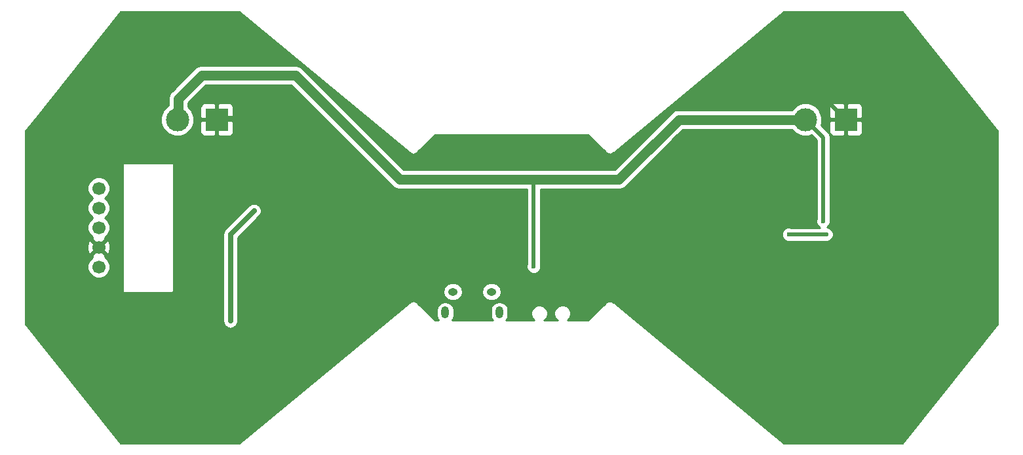
<source format=gbl>
G04 #@! TF.GenerationSoftware,KiCad,Pcbnew,(5.0.1-3-g963ef8bb5)*
G04 #@! TF.CreationDate,2019-01-12T19:40:24-05:00*
G04 #@! TF.ProjectId,glowtie,676C6F777469652E6B696361645F7063,rev?*
G04 #@! TF.SameCoordinates,Original*
G04 #@! TF.FileFunction,Copper,L2,Bot,Signal*
G04 #@! TF.FilePolarity,Positive*
%FSLAX46Y46*%
G04 Gerber Fmt 4.6, Leading zero omitted, Abs format (unit mm)*
G04 Created by KiCad (PCBNEW (5.0.1-3-g963ef8bb5)) date Saturday, January 12, 2019 at 07:40:24 PM*
%MOMM*%
%LPD*%
G01*
G04 APERTURE LIST*
G04 #@! TA.AperFunction,BGAPad,CuDef*
%ADD10C,3.000000*%
G04 #@! TD*
G04 #@! TA.AperFunction,SMDPad,CuDef*
%ADD11R,3.000000X3.000000*%
G04 #@! TD*
G04 #@! TA.AperFunction,ComponentPad*
%ADD12O,1.250000X0.950000*%
G04 #@! TD*
G04 #@! TA.AperFunction,ComponentPad*
%ADD13O,1.000000X1.550000*%
G04 #@! TD*
G04 #@! TA.AperFunction,ComponentPad*
%ADD14C,1.700000*%
G04 #@! TD*
G04 #@! TA.AperFunction,ViaPad*
%ADD15C,0.600000*%
G04 #@! TD*
G04 #@! TA.AperFunction,Conductor*
%ADD16C,0.508000*%
G04 #@! TD*
G04 #@! TA.AperFunction,Conductor*
%ADD17C,1.270000*%
G04 #@! TD*
G04 #@! TA.AperFunction,Conductor*
%ADD18C,0.635000*%
G04 #@! TD*
G04 #@! TA.AperFunction,Conductor*
%ADD19C,0.254000*%
G04 #@! TD*
G04 APERTURE END LIST*
D10*
G04 #@! TO.P,J8,1*
G04 #@! TO.N,Net-(10uF2-Pad1)*
X114173000Y-27305000D03*
G04 #@! TD*
G04 #@! TO.P,J9,1*
G04 #@! TO.N,Net-(10uF2-Pad1)*
X33020000Y-27305000D03*
G04 #@! TD*
D11*
G04 #@! TO.P,J6,1*
G04 #@! TO.N,GND*
X119380000Y-27305000D03*
G04 #@! TD*
G04 #@! TO.P,J7,1*
G04 #@! TO.N,GND*
X38100000Y-27305000D03*
G04 #@! TD*
D12*
G04 #@! TO.P,J1,6*
G04 #@! TO.N,Net-(J1-Pad6)*
X68620000Y-49577000D03*
X73620000Y-49577000D03*
D13*
X67620000Y-52277000D03*
X74620000Y-52277000D03*
G04 #@! TD*
D14*
G04 #@! TO.P,J11,1*
G04 #@! TO.N,GND*
X22860000Y-43815000D03*
G04 #@! TD*
G04 #@! TO.P,J10,1*
G04 #@! TO.N,+3V3*
X22860000Y-41275000D03*
G04 #@! TD*
G04 #@! TO.P,J5,1*
G04 #@! TO.N,Net-(J5-Pad1)*
X22860000Y-46355000D03*
G04 #@! TD*
G04 #@! TO.P,J4,1*
G04 #@! TO.N,Net-(J4-Pad1)*
X22860000Y-38735000D03*
G04 #@! TD*
G04 #@! TO.P,J2,1*
G04 #@! TO.N,Net-(J2-Pad1)*
X22860000Y-36195000D03*
G04 #@! TD*
D15*
G04 #@! TO.N,GND*
X112014000Y-40576500D03*
X115951000Y-44132500D03*
X71501000Y-38989000D03*
X63119000Y-41402000D03*
X113030000Y-20574000D03*
X51816000Y-32639000D03*
G04 #@! TO.N,Net-(10uF2-Pad1)*
X79057500Y-46291500D03*
X116459000Y-40449500D03*
G04 #@! TO.N,Net-(R470-Pad1)*
X116840000Y-42164000D03*
X112014000Y-42164000D03*
G04 #@! TO.N,Net-(J5-Pad1)*
X42926000Y-39116000D03*
X39878000Y-53340000D03*
G04 #@! TD*
D16*
G04 #@! TO.N,GND*
X111569500Y-44132500D02*
X115951000Y-44132500D01*
X110363000Y-42926000D02*
X111569500Y-44132500D01*
X110363000Y-41211500D02*
X110363000Y-42926000D01*
X110998000Y-40576500D02*
X110363000Y-41211500D01*
X112014000Y-40576500D02*
X110998000Y-40576500D01*
X119348250Y-27336750D02*
X119380000Y-27305000D01*
X65532000Y-38989000D02*
X71501000Y-38989000D01*
X63119000Y-41402000D02*
X65532000Y-38989000D01*
X113030000Y-20574000D02*
X113030000Y-20955000D01*
X113030000Y-20955000D02*
X119380000Y-27305000D01*
X51816000Y-32639000D02*
X46228000Y-27051000D01*
X46228000Y-27051000D02*
X38481000Y-27051000D01*
X38481000Y-27051000D02*
X38100000Y-26670000D01*
G04 #@! TO.N,Net-(10uF2-Pad1)*
X79057500Y-46291500D02*
X79057500Y-35052000D01*
X79057500Y-35052000D02*
X79057500Y-35242500D01*
X79057500Y-35242500D02*
X79057500Y-35052000D01*
X116459000Y-40449500D02*
X116459000Y-29591000D01*
X116459000Y-29591000D02*
X114173000Y-27305000D01*
X114173000Y-27305000D02*
X114173000Y-27432000D01*
D17*
X36195000Y-21590000D02*
X33147000Y-24638000D01*
X59690001Y-33019999D02*
X48260002Y-21590000D01*
X36195000Y-21590000D02*
X48260002Y-21590000D01*
X33147000Y-24638000D02*
X33147000Y-27178000D01*
X33147000Y-27178000D02*
X33020000Y-27305000D01*
X86360000Y-35052000D02*
X90043000Y-35052000D01*
X92075000Y-33020000D02*
X96520000Y-28575000D01*
X90043000Y-35052000D02*
X92075000Y-33020000D01*
X61722000Y-35052000D02*
X79057500Y-35052000D01*
X79057500Y-35052000D02*
X86360000Y-35052000D01*
X59690001Y-33020001D02*
X61722000Y-35052000D01*
X59690001Y-33019999D02*
X59690001Y-33020001D01*
X97790000Y-27305000D02*
X114300000Y-27305000D01*
X96520000Y-28575000D02*
X97790000Y-27305000D01*
X59690001Y-33019999D02*
X59690002Y-33020000D01*
D16*
G04 #@! TO.N,Net-(R470-Pad1)*
X112014000Y-42164000D02*
X116840000Y-42164000D01*
D18*
G04 #@! TO.N,Net-(J5-Pad1)*
X39878000Y-42164000D02*
X42926000Y-39116000D01*
X39878000Y-53340000D02*
X39878000Y-42164000D01*
G04 #@! TD*
D19*
G04 #@! TO.N,GND*
G36*
X62985987Y-31578689D02*
X63006144Y-31608856D01*
X63090097Y-31664952D01*
X63114904Y-31685506D01*
X63146084Y-31702361D01*
X63232727Y-31760254D01*
X63265089Y-31766691D01*
X63294121Y-31782385D01*
X63397790Y-31793088D01*
X63500000Y-31813419D01*
X63532365Y-31806981D01*
X63565190Y-31810370D01*
X63665064Y-31780585D01*
X63767273Y-31760254D01*
X63794710Y-31741922D01*
X63826335Y-31732490D01*
X63907207Y-31666753D01*
X63936665Y-31647070D01*
X63959437Y-31624298D01*
X64037797Y-31560603D01*
X64055052Y-31528683D01*
X66323736Y-29260000D01*
X86076265Y-29260000D01*
X88344949Y-31528685D01*
X88362203Y-31560603D01*
X88440558Y-31624294D01*
X88463334Y-31647070D01*
X88492798Y-31666757D01*
X88573665Y-31732490D01*
X88605289Y-31741921D01*
X88632726Y-31760254D01*
X88734934Y-31780584D01*
X88834810Y-31810370D01*
X88867638Y-31806981D01*
X88899999Y-31813418D01*
X89002203Y-31793088D01*
X89105878Y-31782385D01*
X89134910Y-31766691D01*
X89167273Y-31760254D01*
X89253921Y-31702358D01*
X89285095Y-31685506D01*
X89309898Y-31664955D01*
X89393856Y-31608856D01*
X89414014Y-31578687D01*
X111371913Y-13385000D01*
X126670772Y-13385000D01*
X139015001Y-28815286D01*
X139015000Y-53734715D01*
X126670772Y-69165000D01*
X111371913Y-69165000D01*
X89414014Y-50971313D01*
X89393856Y-50941144D01*
X89309898Y-50885045D01*
X89285095Y-50864494D01*
X89253921Y-50847642D01*
X89167273Y-50789746D01*
X89134910Y-50783309D01*
X89105878Y-50767615D01*
X89002203Y-50756912D01*
X88899999Y-50736582D01*
X88867638Y-50743019D01*
X88834810Y-50739630D01*
X88734934Y-50769416D01*
X88632726Y-50789746D01*
X88605289Y-50808079D01*
X88573665Y-50817510D01*
X88492798Y-50883243D01*
X88463334Y-50902930D01*
X88440558Y-50925706D01*
X88362203Y-50989397D01*
X88344949Y-51021315D01*
X86076265Y-53290000D01*
X83424421Y-53290000D01*
X83699818Y-53014603D01*
X83865000Y-52615820D01*
X83865000Y-52184180D01*
X83699818Y-51785397D01*
X83394603Y-51480182D01*
X82995820Y-51315000D01*
X82564180Y-51315000D01*
X82165397Y-51480182D01*
X81860182Y-51785397D01*
X81695000Y-52184180D01*
X81695000Y-52615820D01*
X81860182Y-53014603D01*
X82135579Y-53290000D01*
X80424421Y-53290000D01*
X80699818Y-53014603D01*
X80865000Y-52615820D01*
X80865000Y-52184180D01*
X80699818Y-51785397D01*
X80394603Y-51480182D01*
X79995820Y-51315000D01*
X79564180Y-51315000D01*
X79165397Y-51480182D01*
X78860182Y-51785397D01*
X78695000Y-52184180D01*
X78695000Y-52615820D01*
X78860182Y-53014603D01*
X79135579Y-53290000D01*
X75491936Y-53290000D01*
X75689146Y-52994854D01*
X75755000Y-52663782D01*
X75755000Y-51890217D01*
X75689146Y-51559145D01*
X75438289Y-51183711D01*
X75062854Y-50932854D01*
X74620000Y-50844765D01*
X74177145Y-50932854D01*
X73801711Y-51183711D01*
X73550854Y-51559146D01*
X73485000Y-51890218D01*
X73485000Y-52663783D01*
X73550854Y-52994855D01*
X73748064Y-53290000D01*
X68491936Y-53290000D01*
X68689146Y-52994854D01*
X68755000Y-52663782D01*
X68755000Y-51890217D01*
X68689146Y-51559145D01*
X68438289Y-51183711D01*
X68062854Y-50932854D01*
X67620000Y-50844765D01*
X67177145Y-50932854D01*
X66801711Y-51183711D01*
X66550854Y-51559146D01*
X66485000Y-51890218D01*
X66485000Y-52663783D01*
X66550854Y-52994855D01*
X66748064Y-53290000D01*
X66323736Y-53290000D01*
X64055052Y-51021317D01*
X64037797Y-50989397D01*
X63959437Y-50925702D01*
X63936665Y-50902930D01*
X63907207Y-50883247D01*
X63826335Y-50817510D01*
X63794710Y-50808078D01*
X63767273Y-50789746D01*
X63665064Y-50769415D01*
X63565190Y-50739630D01*
X63532365Y-50743019D01*
X63500000Y-50736581D01*
X63397790Y-50756912D01*
X63294121Y-50767615D01*
X63265089Y-50783309D01*
X63232727Y-50789746D01*
X63146084Y-50847639D01*
X63114904Y-50864494D01*
X63090097Y-50885048D01*
X63006144Y-50941144D01*
X62985987Y-50971311D01*
X41028088Y-69165000D01*
X25729228Y-69165000D01*
X13385000Y-53734716D01*
X13385000Y-46059615D01*
X21375000Y-46059615D01*
X21375000Y-46650385D01*
X21601078Y-47196185D01*
X22018815Y-47613922D01*
X22564615Y-47840000D01*
X23155385Y-47840000D01*
X23701185Y-47613922D01*
X24118922Y-47196185D01*
X24345000Y-46650385D01*
X24345000Y-46059615D01*
X24118922Y-45513815D01*
X23701185Y-45096078D01*
X23654753Y-45076845D01*
X23724353Y-44858958D01*
X22860000Y-43994605D01*
X21995647Y-44858958D01*
X22065247Y-45076845D01*
X22018815Y-45096078D01*
X21601078Y-45513815D01*
X21375000Y-46059615D01*
X13385000Y-46059615D01*
X13385000Y-43586279D01*
X21363282Y-43586279D01*
X21389685Y-44176458D01*
X21564741Y-44599080D01*
X21816042Y-44679353D01*
X22680395Y-43815000D01*
X23039605Y-43815000D01*
X23903958Y-44679353D01*
X24155259Y-44599080D01*
X24356718Y-44043721D01*
X24330315Y-43453542D01*
X24155259Y-43030920D01*
X23903958Y-42950647D01*
X23039605Y-43815000D01*
X22680395Y-43815000D01*
X21816042Y-42950647D01*
X21564741Y-43030920D01*
X21363282Y-43586279D01*
X13385000Y-43586279D01*
X13385000Y-35899615D01*
X21375000Y-35899615D01*
X21375000Y-36490385D01*
X21601078Y-37036185D01*
X22018815Y-37453922D01*
X22045560Y-37465000D01*
X22018815Y-37476078D01*
X21601078Y-37893815D01*
X21375000Y-38439615D01*
X21375000Y-39030385D01*
X21601078Y-39576185D01*
X22018815Y-39993922D01*
X22045560Y-40005000D01*
X22018815Y-40016078D01*
X21601078Y-40433815D01*
X21375000Y-40979615D01*
X21375000Y-41570385D01*
X21601078Y-42116185D01*
X22018815Y-42533922D01*
X22065247Y-42553155D01*
X21995647Y-42771042D01*
X22860000Y-43635395D01*
X23724353Y-42771042D01*
X23654753Y-42553155D01*
X23701185Y-42533922D01*
X24118922Y-42116185D01*
X24345000Y-41570385D01*
X24345000Y-40979615D01*
X24118922Y-40433815D01*
X23701185Y-40016078D01*
X23674440Y-40005000D01*
X23701185Y-39993922D01*
X24118922Y-39576185D01*
X24345000Y-39030385D01*
X24345000Y-38439615D01*
X24118922Y-37893815D01*
X23701185Y-37476078D01*
X23674440Y-37465000D01*
X23701185Y-37453922D01*
X24118922Y-37036185D01*
X24345000Y-36490385D01*
X24345000Y-35899615D01*
X24118922Y-35353815D01*
X23701185Y-34936078D01*
X23155385Y-34710000D01*
X22564615Y-34710000D01*
X22018815Y-34936078D01*
X21601078Y-35353815D01*
X21375000Y-35899615D01*
X13385000Y-35899615D01*
X13385000Y-33020000D01*
X25908000Y-33020000D01*
X25908000Y-49530000D01*
X25917667Y-49578601D01*
X25945197Y-49619803D01*
X25986399Y-49647333D01*
X26035000Y-49657000D01*
X32385000Y-49657000D01*
X32433601Y-49647333D01*
X32474803Y-49619803D01*
X32502333Y-49578601D01*
X32512000Y-49530000D01*
X32512000Y-42164000D01*
X38906840Y-42164000D01*
X38925501Y-42257815D01*
X38925500Y-53433809D01*
X38943000Y-53521788D01*
X38943000Y-53525983D01*
X38944605Y-53529859D01*
X38980765Y-53711646D01*
X39083739Y-53865758D01*
X39085345Y-53869635D01*
X39088312Y-53872602D01*
X39191286Y-54026714D01*
X39345399Y-54129689D01*
X39348365Y-54132655D01*
X39352240Y-54134260D01*
X39506353Y-54237235D01*
X39688142Y-54273395D01*
X39692017Y-54275000D01*
X39696211Y-54275000D01*
X39878000Y-54311160D01*
X40059789Y-54275000D01*
X40063983Y-54275000D01*
X40067858Y-54273395D01*
X40249646Y-54237235D01*
X40403758Y-54134261D01*
X40407635Y-54132655D01*
X40410602Y-54129688D01*
X40564714Y-54026714D01*
X40667689Y-53872601D01*
X40670655Y-53869635D01*
X40672260Y-53865760D01*
X40775235Y-53711647D01*
X40811395Y-53529858D01*
X40813000Y-53525983D01*
X40813000Y-53521789D01*
X40830500Y-53433810D01*
X40830500Y-49577000D01*
X67338254Y-49577000D01*
X67424403Y-50010100D01*
X67669735Y-50377265D01*
X68036900Y-50622597D01*
X68360676Y-50687000D01*
X68879324Y-50687000D01*
X69203100Y-50622597D01*
X69570265Y-50377265D01*
X69815597Y-50010100D01*
X69901746Y-49577000D01*
X72338254Y-49577000D01*
X72424403Y-50010100D01*
X72669735Y-50377265D01*
X73036900Y-50622597D01*
X73360676Y-50687000D01*
X73879324Y-50687000D01*
X74203100Y-50622597D01*
X74570265Y-50377265D01*
X74815597Y-50010100D01*
X74901746Y-49577000D01*
X74815597Y-49143900D01*
X74570265Y-48776735D01*
X74203100Y-48531403D01*
X73879324Y-48467000D01*
X73360676Y-48467000D01*
X73036900Y-48531403D01*
X72669735Y-48776735D01*
X72424403Y-49143900D01*
X72338254Y-49577000D01*
X69901746Y-49577000D01*
X69815597Y-49143900D01*
X69570265Y-48776735D01*
X69203100Y-48531403D01*
X68879324Y-48467000D01*
X68360676Y-48467000D01*
X68036900Y-48531403D01*
X67669735Y-48776735D01*
X67424403Y-49143900D01*
X67338254Y-49577000D01*
X40830500Y-49577000D01*
X40830500Y-42558537D01*
X43665852Y-39723186D01*
X43715687Y-39648603D01*
X43718655Y-39645635D01*
X43720261Y-39641757D01*
X43823235Y-39487647D01*
X43859395Y-39305858D01*
X43861000Y-39301983D01*
X43861000Y-39297789D01*
X43897160Y-39116000D01*
X43861000Y-38934211D01*
X43861000Y-38930017D01*
X43859395Y-38926142D01*
X43823235Y-38744354D01*
X43720262Y-38590245D01*
X43718655Y-38586365D01*
X43715685Y-38583395D01*
X43612713Y-38429287D01*
X43458605Y-38326315D01*
X43455635Y-38323345D01*
X43451755Y-38321738D01*
X43297646Y-38218765D01*
X43115858Y-38182605D01*
X43111983Y-38181000D01*
X43107789Y-38181000D01*
X42926000Y-38144840D01*
X42744211Y-38181000D01*
X42740017Y-38181000D01*
X42736142Y-38182605D01*
X42554353Y-38218765D01*
X42400243Y-38321739D01*
X42396365Y-38323345D01*
X42393397Y-38326313D01*
X42318814Y-38376148D01*
X39270818Y-41424145D01*
X39191287Y-41477286D01*
X39086330Y-41634365D01*
X38980765Y-41792354D01*
X38906840Y-42164000D01*
X32512000Y-42164000D01*
X32512000Y-33020000D01*
X32502333Y-32971399D01*
X32474803Y-32930197D01*
X32433601Y-32902667D01*
X32385000Y-32893000D01*
X26035000Y-32893000D01*
X25986399Y-32902667D01*
X25945197Y-32930197D01*
X25917667Y-32971399D01*
X25908000Y-33020000D01*
X13385000Y-33020000D01*
X13385000Y-28815284D01*
X14932969Y-26880322D01*
X30885000Y-26880322D01*
X30885000Y-27729678D01*
X31210034Y-28514380D01*
X31810620Y-29114966D01*
X32595322Y-29440000D01*
X33444678Y-29440000D01*
X34229380Y-29114966D01*
X34829966Y-28514380D01*
X35155000Y-27729678D01*
X35155000Y-27590750D01*
X35965000Y-27590750D01*
X35965000Y-28931310D01*
X36061673Y-29164699D01*
X36240302Y-29343327D01*
X36473691Y-29440000D01*
X37814250Y-29440000D01*
X37973000Y-29281250D01*
X37973000Y-27432000D01*
X38227000Y-27432000D01*
X38227000Y-29281250D01*
X38385750Y-29440000D01*
X39726309Y-29440000D01*
X39959698Y-29343327D01*
X40138327Y-29164699D01*
X40235000Y-28931310D01*
X40235000Y-27590750D01*
X40076250Y-27432000D01*
X38227000Y-27432000D01*
X37973000Y-27432000D01*
X36123750Y-27432000D01*
X35965000Y-27590750D01*
X35155000Y-27590750D01*
X35155000Y-26880322D01*
X34829966Y-26095620D01*
X34417000Y-25682654D01*
X34417000Y-25678690D01*
X35965000Y-25678690D01*
X35965000Y-27019250D01*
X36123750Y-27178000D01*
X37973000Y-27178000D01*
X37973000Y-25328750D01*
X38227000Y-25328750D01*
X38227000Y-27178000D01*
X40076250Y-27178000D01*
X40235000Y-27019250D01*
X40235000Y-25678690D01*
X40138327Y-25445301D01*
X39959698Y-25266673D01*
X39726309Y-25170000D01*
X38385750Y-25170000D01*
X38227000Y-25328750D01*
X37973000Y-25328750D01*
X37814250Y-25170000D01*
X36473691Y-25170000D01*
X36240302Y-25266673D01*
X36061673Y-25445301D01*
X35965000Y-25678690D01*
X34417000Y-25678690D01*
X34417000Y-25164050D01*
X36721051Y-22860000D01*
X47733952Y-22860000D01*
X58703528Y-33829577D01*
X58774383Y-33935619D01*
X58880422Y-34006472D01*
X60735530Y-35861581D01*
X60806382Y-35967618D01*
X61226471Y-36248313D01*
X61596920Y-36322000D01*
X61596924Y-36322000D01*
X61722000Y-36346879D01*
X61847076Y-36322000D01*
X78168501Y-36322000D01*
X78168500Y-45994463D01*
X78122500Y-46105517D01*
X78122500Y-46477483D01*
X78264845Y-46821135D01*
X78527865Y-47084155D01*
X78871517Y-47226500D01*
X79243483Y-47226500D01*
X79587135Y-47084155D01*
X79850155Y-46821135D01*
X79992500Y-46477483D01*
X79992500Y-46105517D01*
X79946500Y-45994463D01*
X79946500Y-36322000D01*
X89917925Y-36322000D01*
X90043000Y-36346879D01*
X90168075Y-36322000D01*
X90168080Y-36322000D01*
X90538529Y-36248313D01*
X90958618Y-35967618D01*
X91029471Y-35861579D01*
X93061470Y-33829581D01*
X93061472Y-33829578D01*
X97506470Y-29384581D01*
X97506472Y-29384578D01*
X98316051Y-28575000D01*
X112423654Y-28575000D01*
X112963620Y-29114966D01*
X113748322Y-29440000D01*
X114597678Y-29440000D01*
X114918059Y-29307294D01*
X115570001Y-29959237D01*
X115570000Y-40152463D01*
X115524000Y-40263517D01*
X115524000Y-40635483D01*
X115666345Y-40979135D01*
X115929365Y-41242155D01*
X116008660Y-41275000D01*
X112311037Y-41275000D01*
X112199983Y-41229000D01*
X111828017Y-41229000D01*
X111484365Y-41371345D01*
X111221345Y-41634365D01*
X111079000Y-41978017D01*
X111079000Y-42349983D01*
X111221345Y-42693635D01*
X111484365Y-42956655D01*
X111828017Y-43099000D01*
X112199983Y-43099000D01*
X112311037Y-43053000D01*
X116542963Y-43053000D01*
X116654017Y-43099000D01*
X117025983Y-43099000D01*
X117369635Y-42956655D01*
X117632655Y-42693635D01*
X117775000Y-42349983D01*
X117775000Y-41978017D01*
X117632655Y-41634365D01*
X117369635Y-41371345D01*
X117025983Y-41229000D01*
X117001790Y-41229000D01*
X117251655Y-40979135D01*
X117394000Y-40635483D01*
X117394000Y-40263517D01*
X117348000Y-40152463D01*
X117348000Y-29678550D01*
X117365415Y-29590999D01*
X117348000Y-29503448D01*
X117348000Y-29503444D01*
X117296419Y-29244130D01*
X117099933Y-28950067D01*
X117025707Y-28900471D01*
X116175294Y-28050059D01*
X116308000Y-27729678D01*
X116308000Y-27590750D01*
X117245000Y-27590750D01*
X117245000Y-28931310D01*
X117341673Y-29164699D01*
X117520302Y-29343327D01*
X117753691Y-29440000D01*
X119094250Y-29440000D01*
X119253000Y-29281250D01*
X119253000Y-27432000D01*
X119507000Y-27432000D01*
X119507000Y-29281250D01*
X119665750Y-29440000D01*
X121006309Y-29440000D01*
X121239698Y-29343327D01*
X121418327Y-29164699D01*
X121515000Y-28931310D01*
X121515000Y-27590750D01*
X121356250Y-27432000D01*
X119507000Y-27432000D01*
X119253000Y-27432000D01*
X117403750Y-27432000D01*
X117245000Y-27590750D01*
X116308000Y-27590750D01*
X116308000Y-26880322D01*
X115982966Y-26095620D01*
X115566036Y-25678690D01*
X117245000Y-25678690D01*
X117245000Y-27019250D01*
X117403750Y-27178000D01*
X119253000Y-27178000D01*
X119253000Y-25328750D01*
X119507000Y-25328750D01*
X119507000Y-27178000D01*
X121356250Y-27178000D01*
X121515000Y-27019250D01*
X121515000Y-25678690D01*
X121418327Y-25445301D01*
X121239698Y-25266673D01*
X121006309Y-25170000D01*
X119665750Y-25170000D01*
X119507000Y-25328750D01*
X119253000Y-25328750D01*
X119094250Y-25170000D01*
X117753691Y-25170000D01*
X117520302Y-25266673D01*
X117341673Y-25445301D01*
X117245000Y-25678690D01*
X115566036Y-25678690D01*
X115382380Y-25495034D01*
X114597678Y-25170000D01*
X113748322Y-25170000D01*
X112963620Y-25495034D01*
X112423654Y-26035000D01*
X97915074Y-26035000D01*
X97789999Y-26010121D01*
X97664924Y-26035000D01*
X97664920Y-26035000D01*
X97294471Y-26108687D01*
X97294469Y-26108688D01*
X97294470Y-26108688D01*
X97064451Y-26262382D01*
X96874382Y-26389382D01*
X96803530Y-26495419D01*
X95710422Y-27588528D01*
X95710419Y-27588530D01*
X91265422Y-32033528D01*
X91265419Y-32033530D01*
X89516950Y-33782000D01*
X62248051Y-33782000D01*
X60676476Y-32210426D01*
X60605619Y-32104381D01*
X60499583Y-32033530D01*
X49246473Y-20780421D01*
X49175620Y-20674382D01*
X48755531Y-20393687D01*
X48385082Y-20320000D01*
X48385077Y-20320000D01*
X48260002Y-20295121D01*
X48134927Y-20320000D01*
X36320075Y-20320000D01*
X36195000Y-20295121D01*
X36069925Y-20320000D01*
X36069920Y-20320000D01*
X35699471Y-20393687D01*
X35279382Y-20674382D01*
X35208531Y-20780419D01*
X32337421Y-23651529D01*
X32231382Y-23722382D01*
X31950687Y-24142472D01*
X31877000Y-24512921D01*
X31877000Y-24512925D01*
X31852121Y-24638000D01*
X31877000Y-24763075D01*
X31877000Y-25467538D01*
X31810620Y-25495034D01*
X31210034Y-26095620D01*
X30885000Y-26880322D01*
X14932969Y-26880322D01*
X25729228Y-13385000D01*
X41028088Y-13385000D01*
X62985987Y-31578689D01*
X62985987Y-31578689D01*
G37*
X62985987Y-31578689D02*
X63006144Y-31608856D01*
X63090097Y-31664952D01*
X63114904Y-31685506D01*
X63146084Y-31702361D01*
X63232727Y-31760254D01*
X63265089Y-31766691D01*
X63294121Y-31782385D01*
X63397790Y-31793088D01*
X63500000Y-31813419D01*
X63532365Y-31806981D01*
X63565190Y-31810370D01*
X63665064Y-31780585D01*
X63767273Y-31760254D01*
X63794710Y-31741922D01*
X63826335Y-31732490D01*
X63907207Y-31666753D01*
X63936665Y-31647070D01*
X63959437Y-31624298D01*
X64037797Y-31560603D01*
X64055052Y-31528683D01*
X66323736Y-29260000D01*
X86076265Y-29260000D01*
X88344949Y-31528685D01*
X88362203Y-31560603D01*
X88440558Y-31624294D01*
X88463334Y-31647070D01*
X88492798Y-31666757D01*
X88573665Y-31732490D01*
X88605289Y-31741921D01*
X88632726Y-31760254D01*
X88734934Y-31780584D01*
X88834810Y-31810370D01*
X88867638Y-31806981D01*
X88899999Y-31813418D01*
X89002203Y-31793088D01*
X89105878Y-31782385D01*
X89134910Y-31766691D01*
X89167273Y-31760254D01*
X89253921Y-31702358D01*
X89285095Y-31685506D01*
X89309898Y-31664955D01*
X89393856Y-31608856D01*
X89414014Y-31578687D01*
X111371913Y-13385000D01*
X126670772Y-13385000D01*
X139015001Y-28815286D01*
X139015000Y-53734715D01*
X126670772Y-69165000D01*
X111371913Y-69165000D01*
X89414014Y-50971313D01*
X89393856Y-50941144D01*
X89309898Y-50885045D01*
X89285095Y-50864494D01*
X89253921Y-50847642D01*
X89167273Y-50789746D01*
X89134910Y-50783309D01*
X89105878Y-50767615D01*
X89002203Y-50756912D01*
X88899999Y-50736582D01*
X88867638Y-50743019D01*
X88834810Y-50739630D01*
X88734934Y-50769416D01*
X88632726Y-50789746D01*
X88605289Y-50808079D01*
X88573665Y-50817510D01*
X88492798Y-50883243D01*
X88463334Y-50902930D01*
X88440558Y-50925706D01*
X88362203Y-50989397D01*
X88344949Y-51021315D01*
X86076265Y-53290000D01*
X83424421Y-53290000D01*
X83699818Y-53014603D01*
X83865000Y-52615820D01*
X83865000Y-52184180D01*
X83699818Y-51785397D01*
X83394603Y-51480182D01*
X82995820Y-51315000D01*
X82564180Y-51315000D01*
X82165397Y-51480182D01*
X81860182Y-51785397D01*
X81695000Y-52184180D01*
X81695000Y-52615820D01*
X81860182Y-53014603D01*
X82135579Y-53290000D01*
X80424421Y-53290000D01*
X80699818Y-53014603D01*
X80865000Y-52615820D01*
X80865000Y-52184180D01*
X80699818Y-51785397D01*
X80394603Y-51480182D01*
X79995820Y-51315000D01*
X79564180Y-51315000D01*
X79165397Y-51480182D01*
X78860182Y-51785397D01*
X78695000Y-52184180D01*
X78695000Y-52615820D01*
X78860182Y-53014603D01*
X79135579Y-53290000D01*
X75491936Y-53290000D01*
X75689146Y-52994854D01*
X75755000Y-52663782D01*
X75755000Y-51890217D01*
X75689146Y-51559145D01*
X75438289Y-51183711D01*
X75062854Y-50932854D01*
X74620000Y-50844765D01*
X74177145Y-50932854D01*
X73801711Y-51183711D01*
X73550854Y-51559146D01*
X73485000Y-51890218D01*
X73485000Y-52663783D01*
X73550854Y-52994855D01*
X73748064Y-53290000D01*
X68491936Y-53290000D01*
X68689146Y-52994854D01*
X68755000Y-52663782D01*
X68755000Y-51890217D01*
X68689146Y-51559145D01*
X68438289Y-51183711D01*
X68062854Y-50932854D01*
X67620000Y-50844765D01*
X67177145Y-50932854D01*
X66801711Y-51183711D01*
X66550854Y-51559146D01*
X66485000Y-51890218D01*
X66485000Y-52663783D01*
X66550854Y-52994855D01*
X66748064Y-53290000D01*
X66323736Y-53290000D01*
X64055052Y-51021317D01*
X64037797Y-50989397D01*
X63959437Y-50925702D01*
X63936665Y-50902930D01*
X63907207Y-50883247D01*
X63826335Y-50817510D01*
X63794710Y-50808078D01*
X63767273Y-50789746D01*
X63665064Y-50769415D01*
X63565190Y-50739630D01*
X63532365Y-50743019D01*
X63500000Y-50736581D01*
X63397790Y-50756912D01*
X63294121Y-50767615D01*
X63265089Y-50783309D01*
X63232727Y-50789746D01*
X63146084Y-50847639D01*
X63114904Y-50864494D01*
X63090097Y-50885048D01*
X63006144Y-50941144D01*
X62985987Y-50971311D01*
X41028088Y-69165000D01*
X25729228Y-69165000D01*
X13385000Y-53734716D01*
X13385000Y-46059615D01*
X21375000Y-46059615D01*
X21375000Y-46650385D01*
X21601078Y-47196185D01*
X22018815Y-47613922D01*
X22564615Y-47840000D01*
X23155385Y-47840000D01*
X23701185Y-47613922D01*
X24118922Y-47196185D01*
X24345000Y-46650385D01*
X24345000Y-46059615D01*
X24118922Y-45513815D01*
X23701185Y-45096078D01*
X23654753Y-45076845D01*
X23724353Y-44858958D01*
X22860000Y-43994605D01*
X21995647Y-44858958D01*
X22065247Y-45076845D01*
X22018815Y-45096078D01*
X21601078Y-45513815D01*
X21375000Y-46059615D01*
X13385000Y-46059615D01*
X13385000Y-43586279D01*
X21363282Y-43586279D01*
X21389685Y-44176458D01*
X21564741Y-44599080D01*
X21816042Y-44679353D01*
X22680395Y-43815000D01*
X23039605Y-43815000D01*
X23903958Y-44679353D01*
X24155259Y-44599080D01*
X24356718Y-44043721D01*
X24330315Y-43453542D01*
X24155259Y-43030920D01*
X23903958Y-42950647D01*
X23039605Y-43815000D01*
X22680395Y-43815000D01*
X21816042Y-42950647D01*
X21564741Y-43030920D01*
X21363282Y-43586279D01*
X13385000Y-43586279D01*
X13385000Y-35899615D01*
X21375000Y-35899615D01*
X21375000Y-36490385D01*
X21601078Y-37036185D01*
X22018815Y-37453922D01*
X22045560Y-37465000D01*
X22018815Y-37476078D01*
X21601078Y-37893815D01*
X21375000Y-38439615D01*
X21375000Y-39030385D01*
X21601078Y-39576185D01*
X22018815Y-39993922D01*
X22045560Y-40005000D01*
X22018815Y-40016078D01*
X21601078Y-40433815D01*
X21375000Y-40979615D01*
X21375000Y-41570385D01*
X21601078Y-42116185D01*
X22018815Y-42533922D01*
X22065247Y-42553155D01*
X21995647Y-42771042D01*
X22860000Y-43635395D01*
X23724353Y-42771042D01*
X23654753Y-42553155D01*
X23701185Y-42533922D01*
X24118922Y-42116185D01*
X24345000Y-41570385D01*
X24345000Y-40979615D01*
X24118922Y-40433815D01*
X23701185Y-40016078D01*
X23674440Y-40005000D01*
X23701185Y-39993922D01*
X24118922Y-39576185D01*
X24345000Y-39030385D01*
X24345000Y-38439615D01*
X24118922Y-37893815D01*
X23701185Y-37476078D01*
X23674440Y-37465000D01*
X23701185Y-37453922D01*
X24118922Y-37036185D01*
X24345000Y-36490385D01*
X24345000Y-35899615D01*
X24118922Y-35353815D01*
X23701185Y-34936078D01*
X23155385Y-34710000D01*
X22564615Y-34710000D01*
X22018815Y-34936078D01*
X21601078Y-35353815D01*
X21375000Y-35899615D01*
X13385000Y-35899615D01*
X13385000Y-33020000D01*
X25908000Y-33020000D01*
X25908000Y-49530000D01*
X25917667Y-49578601D01*
X25945197Y-49619803D01*
X25986399Y-49647333D01*
X26035000Y-49657000D01*
X32385000Y-49657000D01*
X32433601Y-49647333D01*
X32474803Y-49619803D01*
X32502333Y-49578601D01*
X32512000Y-49530000D01*
X32512000Y-42164000D01*
X38906840Y-42164000D01*
X38925501Y-42257815D01*
X38925500Y-53433809D01*
X38943000Y-53521788D01*
X38943000Y-53525983D01*
X38944605Y-53529859D01*
X38980765Y-53711646D01*
X39083739Y-53865758D01*
X39085345Y-53869635D01*
X39088312Y-53872602D01*
X39191286Y-54026714D01*
X39345399Y-54129689D01*
X39348365Y-54132655D01*
X39352240Y-54134260D01*
X39506353Y-54237235D01*
X39688142Y-54273395D01*
X39692017Y-54275000D01*
X39696211Y-54275000D01*
X39878000Y-54311160D01*
X40059789Y-54275000D01*
X40063983Y-54275000D01*
X40067858Y-54273395D01*
X40249646Y-54237235D01*
X40403758Y-54134261D01*
X40407635Y-54132655D01*
X40410602Y-54129688D01*
X40564714Y-54026714D01*
X40667689Y-53872601D01*
X40670655Y-53869635D01*
X40672260Y-53865760D01*
X40775235Y-53711647D01*
X40811395Y-53529858D01*
X40813000Y-53525983D01*
X40813000Y-53521789D01*
X40830500Y-53433810D01*
X40830500Y-49577000D01*
X67338254Y-49577000D01*
X67424403Y-50010100D01*
X67669735Y-50377265D01*
X68036900Y-50622597D01*
X68360676Y-50687000D01*
X68879324Y-50687000D01*
X69203100Y-50622597D01*
X69570265Y-50377265D01*
X69815597Y-50010100D01*
X69901746Y-49577000D01*
X72338254Y-49577000D01*
X72424403Y-50010100D01*
X72669735Y-50377265D01*
X73036900Y-50622597D01*
X73360676Y-50687000D01*
X73879324Y-50687000D01*
X74203100Y-50622597D01*
X74570265Y-50377265D01*
X74815597Y-50010100D01*
X74901746Y-49577000D01*
X74815597Y-49143900D01*
X74570265Y-48776735D01*
X74203100Y-48531403D01*
X73879324Y-48467000D01*
X73360676Y-48467000D01*
X73036900Y-48531403D01*
X72669735Y-48776735D01*
X72424403Y-49143900D01*
X72338254Y-49577000D01*
X69901746Y-49577000D01*
X69815597Y-49143900D01*
X69570265Y-48776735D01*
X69203100Y-48531403D01*
X68879324Y-48467000D01*
X68360676Y-48467000D01*
X68036900Y-48531403D01*
X67669735Y-48776735D01*
X67424403Y-49143900D01*
X67338254Y-49577000D01*
X40830500Y-49577000D01*
X40830500Y-42558537D01*
X43665852Y-39723186D01*
X43715687Y-39648603D01*
X43718655Y-39645635D01*
X43720261Y-39641757D01*
X43823235Y-39487647D01*
X43859395Y-39305858D01*
X43861000Y-39301983D01*
X43861000Y-39297789D01*
X43897160Y-39116000D01*
X43861000Y-38934211D01*
X43861000Y-38930017D01*
X43859395Y-38926142D01*
X43823235Y-38744354D01*
X43720262Y-38590245D01*
X43718655Y-38586365D01*
X43715685Y-38583395D01*
X43612713Y-38429287D01*
X43458605Y-38326315D01*
X43455635Y-38323345D01*
X43451755Y-38321738D01*
X43297646Y-38218765D01*
X43115858Y-38182605D01*
X43111983Y-38181000D01*
X43107789Y-38181000D01*
X42926000Y-38144840D01*
X42744211Y-38181000D01*
X42740017Y-38181000D01*
X42736142Y-38182605D01*
X42554353Y-38218765D01*
X42400243Y-38321739D01*
X42396365Y-38323345D01*
X42393397Y-38326313D01*
X42318814Y-38376148D01*
X39270818Y-41424145D01*
X39191287Y-41477286D01*
X39086330Y-41634365D01*
X38980765Y-41792354D01*
X38906840Y-42164000D01*
X32512000Y-42164000D01*
X32512000Y-33020000D01*
X32502333Y-32971399D01*
X32474803Y-32930197D01*
X32433601Y-32902667D01*
X32385000Y-32893000D01*
X26035000Y-32893000D01*
X25986399Y-32902667D01*
X25945197Y-32930197D01*
X25917667Y-32971399D01*
X25908000Y-33020000D01*
X13385000Y-33020000D01*
X13385000Y-28815284D01*
X14932969Y-26880322D01*
X30885000Y-26880322D01*
X30885000Y-27729678D01*
X31210034Y-28514380D01*
X31810620Y-29114966D01*
X32595322Y-29440000D01*
X33444678Y-29440000D01*
X34229380Y-29114966D01*
X34829966Y-28514380D01*
X35155000Y-27729678D01*
X35155000Y-27590750D01*
X35965000Y-27590750D01*
X35965000Y-28931310D01*
X36061673Y-29164699D01*
X36240302Y-29343327D01*
X36473691Y-29440000D01*
X37814250Y-29440000D01*
X37973000Y-29281250D01*
X37973000Y-27432000D01*
X38227000Y-27432000D01*
X38227000Y-29281250D01*
X38385750Y-29440000D01*
X39726309Y-29440000D01*
X39959698Y-29343327D01*
X40138327Y-29164699D01*
X40235000Y-28931310D01*
X40235000Y-27590750D01*
X40076250Y-27432000D01*
X38227000Y-27432000D01*
X37973000Y-27432000D01*
X36123750Y-27432000D01*
X35965000Y-27590750D01*
X35155000Y-27590750D01*
X35155000Y-26880322D01*
X34829966Y-26095620D01*
X34417000Y-25682654D01*
X34417000Y-25678690D01*
X35965000Y-25678690D01*
X35965000Y-27019250D01*
X36123750Y-27178000D01*
X37973000Y-27178000D01*
X37973000Y-25328750D01*
X38227000Y-25328750D01*
X38227000Y-27178000D01*
X40076250Y-27178000D01*
X40235000Y-27019250D01*
X40235000Y-25678690D01*
X40138327Y-25445301D01*
X39959698Y-25266673D01*
X39726309Y-25170000D01*
X38385750Y-25170000D01*
X38227000Y-25328750D01*
X37973000Y-25328750D01*
X37814250Y-25170000D01*
X36473691Y-25170000D01*
X36240302Y-25266673D01*
X36061673Y-25445301D01*
X35965000Y-25678690D01*
X34417000Y-25678690D01*
X34417000Y-25164050D01*
X36721051Y-22860000D01*
X47733952Y-22860000D01*
X58703528Y-33829577D01*
X58774383Y-33935619D01*
X58880422Y-34006472D01*
X60735530Y-35861581D01*
X60806382Y-35967618D01*
X61226471Y-36248313D01*
X61596920Y-36322000D01*
X61596924Y-36322000D01*
X61722000Y-36346879D01*
X61847076Y-36322000D01*
X78168501Y-36322000D01*
X78168500Y-45994463D01*
X78122500Y-46105517D01*
X78122500Y-46477483D01*
X78264845Y-46821135D01*
X78527865Y-47084155D01*
X78871517Y-47226500D01*
X79243483Y-47226500D01*
X79587135Y-47084155D01*
X79850155Y-46821135D01*
X79992500Y-46477483D01*
X79992500Y-46105517D01*
X79946500Y-45994463D01*
X79946500Y-36322000D01*
X89917925Y-36322000D01*
X90043000Y-36346879D01*
X90168075Y-36322000D01*
X90168080Y-36322000D01*
X90538529Y-36248313D01*
X90958618Y-35967618D01*
X91029471Y-35861579D01*
X93061470Y-33829581D01*
X93061472Y-33829578D01*
X97506470Y-29384581D01*
X97506472Y-29384578D01*
X98316051Y-28575000D01*
X112423654Y-28575000D01*
X112963620Y-29114966D01*
X113748322Y-29440000D01*
X114597678Y-29440000D01*
X114918059Y-29307294D01*
X115570001Y-29959237D01*
X115570000Y-40152463D01*
X115524000Y-40263517D01*
X115524000Y-40635483D01*
X115666345Y-40979135D01*
X115929365Y-41242155D01*
X116008660Y-41275000D01*
X112311037Y-41275000D01*
X112199983Y-41229000D01*
X111828017Y-41229000D01*
X111484365Y-41371345D01*
X111221345Y-41634365D01*
X111079000Y-41978017D01*
X111079000Y-42349983D01*
X111221345Y-42693635D01*
X111484365Y-42956655D01*
X111828017Y-43099000D01*
X112199983Y-43099000D01*
X112311037Y-43053000D01*
X116542963Y-43053000D01*
X116654017Y-43099000D01*
X117025983Y-43099000D01*
X117369635Y-42956655D01*
X117632655Y-42693635D01*
X117775000Y-42349983D01*
X117775000Y-41978017D01*
X117632655Y-41634365D01*
X117369635Y-41371345D01*
X117025983Y-41229000D01*
X117001790Y-41229000D01*
X117251655Y-40979135D01*
X117394000Y-40635483D01*
X117394000Y-40263517D01*
X117348000Y-40152463D01*
X117348000Y-29678550D01*
X117365415Y-29590999D01*
X117348000Y-29503448D01*
X117348000Y-29503444D01*
X117296419Y-29244130D01*
X117099933Y-28950067D01*
X117025707Y-28900471D01*
X116175294Y-28050059D01*
X116308000Y-27729678D01*
X116308000Y-27590750D01*
X117245000Y-27590750D01*
X117245000Y-28931310D01*
X117341673Y-29164699D01*
X117520302Y-29343327D01*
X117753691Y-29440000D01*
X119094250Y-29440000D01*
X119253000Y-29281250D01*
X119253000Y-27432000D01*
X119507000Y-27432000D01*
X119507000Y-29281250D01*
X119665750Y-29440000D01*
X121006309Y-29440000D01*
X121239698Y-29343327D01*
X121418327Y-29164699D01*
X121515000Y-28931310D01*
X121515000Y-27590750D01*
X121356250Y-27432000D01*
X119507000Y-27432000D01*
X119253000Y-27432000D01*
X117403750Y-27432000D01*
X117245000Y-27590750D01*
X116308000Y-27590750D01*
X116308000Y-26880322D01*
X115982966Y-26095620D01*
X115566036Y-25678690D01*
X117245000Y-25678690D01*
X117245000Y-27019250D01*
X117403750Y-27178000D01*
X119253000Y-27178000D01*
X119253000Y-25328750D01*
X119507000Y-25328750D01*
X119507000Y-27178000D01*
X121356250Y-27178000D01*
X121515000Y-27019250D01*
X121515000Y-25678690D01*
X121418327Y-25445301D01*
X121239698Y-25266673D01*
X121006309Y-25170000D01*
X119665750Y-25170000D01*
X119507000Y-25328750D01*
X119253000Y-25328750D01*
X119094250Y-25170000D01*
X117753691Y-25170000D01*
X117520302Y-25266673D01*
X117341673Y-25445301D01*
X117245000Y-25678690D01*
X115566036Y-25678690D01*
X115382380Y-25495034D01*
X114597678Y-25170000D01*
X113748322Y-25170000D01*
X112963620Y-25495034D01*
X112423654Y-26035000D01*
X97915074Y-26035000D01*
X97789999Y-26010121D01*
X97664924Y-26035000D01*
X97664920Y-26035000D01*
X97294471Y-26108687D01*
X97294469Y-26108688D01*
X97294470Y-26108688D01*
X97064451Y-26262382D01*
X96874382Y-26389382D01*
X96803530Y-26495419D01*
X95710422Y-27588528D01*
X95710419Y-27588530D01*
X91265422Y-32033528D01*
X91265419Y-32033530D01*
X89516950Y-33782000D01*
X62248051Y-33782000D01*
X60676476Y-32210426D01*
X60605619Y-32104381D01*
X60499583Y-32033530D01*
X49246473Y-20780421D01*
X49175620Y-20674382D01*
X48755531Y-20393687D01*
X48385082Y-20320000D01*
X48385077Y-20320000D01*
X48260002Y-20295121D01*
X48134927Y-20320000D01*
X36320075Y-20320000D01*
X36195000Y-20295121D01*
X36069925Y-20320000D01*
X36069920Y-20320000D01*
X35699471Y-20393687D01*
X35279382Y-20674382D01*
X35208531Y-20780419D01*
X32337421Y-23651529D01*
X32231382Y-23722382D01*
X31950687Y-24142472D01*
X31877000Y-24512921D01*
X31877000Y-24512925D01*
X31852121Y-24638000D01*
X31877000Y-24763075D01*
X31877000Y-25467538D01*
X31810620Y-25495034D01*
X31210034Y-26095620D01*
X30885000Y-26880322D01*
X14932969Y-26880322D01*
X25729228Y-13385000D01*
X41028088Y-13385000D01*
X62985987Y-31578689D01*
G04 #@! TD*
M02*

</source>
